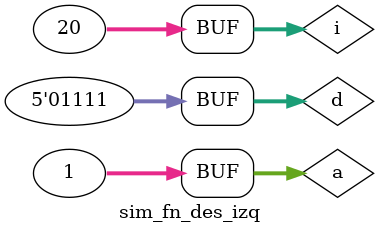
<source format=v>
`include "fn_des_izq.v"
module sim_fn_des_izq ;
    integer i;
    reg [31:0] a;
    reg [4:0] d;
    wire [31:0] Y;
    fn_des_izq dut (
        .Y (Y),
        .a (a),
        .d (d)
    );

    initial begin
        $dumpfile("fn_des_izq.vcd");
        $dumpvars(0);
        a =1 ;
     for (i=0;i<20;i = i + 5) begin
            d = i;
            #10;
     end
    
    end
endmodule

</source>
